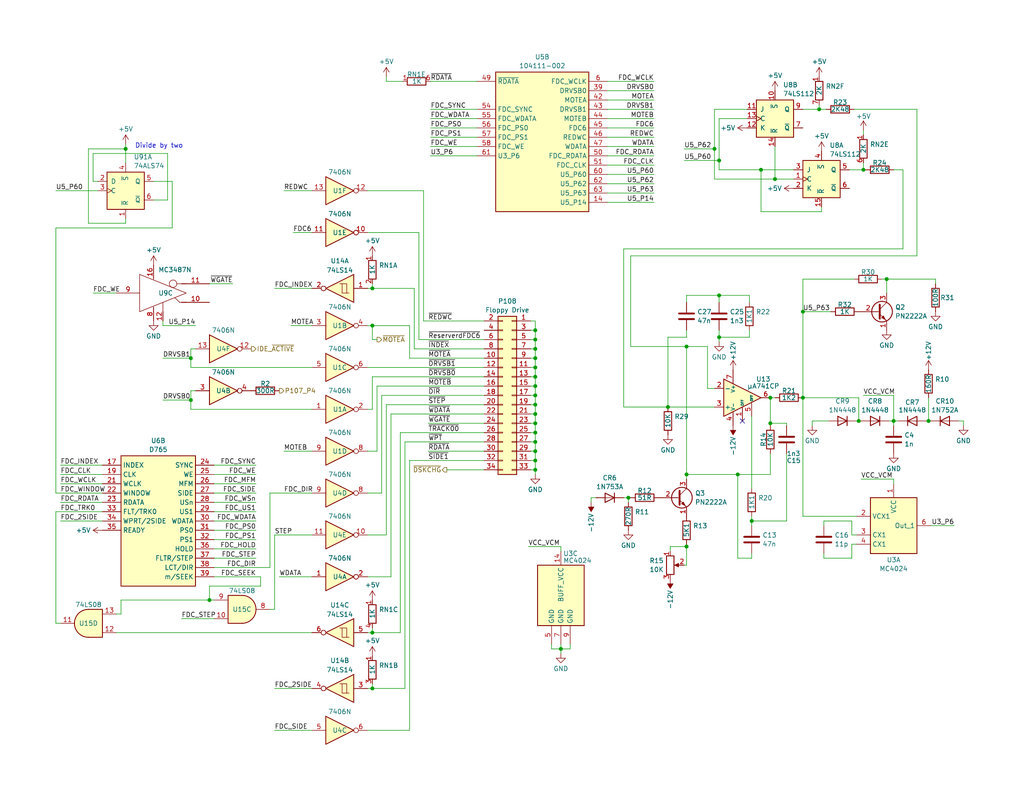
<source format=kicad_sch>
(kicad_sch (version 20230121) (generator eeschema)
  (paper "USLetter")
  (junction (at 146.05 105.41))
  (junction (at 146.05 110.49))
  (junction (at 235.585 46.355))
  (junction (at 146.05 118.11))
  (junction (at 146.05 115.57))
  (junction (at 146.05 123.19))
  (junction (at 146.05 113.03))
  (junction (at 146.05 100.33))
  (junction (at 146.05 97.79))
  (junction (at 205.105 142.24))
  (junction (at 234.315 114.935))
  (junction (at 196.215 43.815))
  (junction (at 101.6 187.96))
  (junction (at 187.325 94.615))
  (junction (at 194.945 40.64))
  (junction (at 211.455 48.895))
  (junction (at 146.05 120.65))
  (junction (at 153.035 177.165))
  (junction (at 187.325 129.54))
  (junction (at 210.185 115.57))
  (junction (at 146.05 125.73))
  (junction (at 57.15 163.83))
  (junction (at 219.075 108.585))
  (junction (at 207.645 46.355))
  (junction (at 196.215 80.645))
  (junction (at 101.6 172.72))
  (junction (at 201.295 129.54))
  (junction (at 146.05 95.25))
  (junction (at 146.05 107.95))
  (junction (at 241.935 76.2))
  (junction (at 219.075 85.09))
  (junction (at 52.07 97.79))
  (junction (at 146.05 102.87))
  (junction (at 52.07 109.22))
  (junction (at 146.05 128.27))
  (junction (at 146.05 90.17))
  (junction (at 187.325 149.225))
  (junction (at 34.29 40.64))
  (junction (at 182.245 111.125))
  (junction (at 210.185 108.585))
  (junction (at 223.52 29.845))
  (junction (at 171.45 135.89))
  (junction (at 146.05 92.71))
  (junction (at 253.365 114.935))
  (junction (at 243.84 114.935))
  (junction (at 101.6 88.9))
  (junction (at 101.6 78.74))
  (junction (at 196.215 92.075))
  (no_connect (at 202.565 114.935))
  (wire (pts (xy 85.09 78.74) (xy 74.93 78.74)))
  (wire (pts (xy 25.4 49.53) (xy 26.67 49.53)))
  (wire (pts (xy 102.87 123.19) (xy 102.87 105.41)))
  (wire (pts (xy 121.92 128.27) (xy 132.08 128.27)))
  (wire (pts (xy 232.41 142.24) (xy 232.41 146.05)))
  (wire (pts (xy 114.3 63.5) (xy 114.3 92.71)))
  (wire (pts (xy 58.42 134.62) (xy 69.85 134.62)))
  (wire (pts (xy 52.07 109.22) (xy 52.07 111.76)))
  (wire (pts (xy 104.14 134.62) (xy 104.14 107.95)))
  (wire (pts (xy 101.6 111.76) (xy 100.33 111.76)))
  (wire (pts (xy 196.215 80.645) (xy 204.47 80.645)))
  (wire (pts (xy 187.325 90.17) (xy 187.325 92.075)))
  (wire (pts (xy 235.585 44.45) (xy 235.585 46.355)))
  (wire (pts (xy 85.09 123.19) (xy 77.47 123.19)))
  (wire (pts (xy 53.34 88.9) (xy 44.45 88.9)))
  (wire (pts (xy 144.78 105.41) (xy 146.05 105.41)))
  (wire (pts (xy 182.245 92.075) (xy 182.245 111.125)))
  (wire (pts (xy 224.79 152.4) (xy 232.41 152.4)))
  (wire (pts (xy 58.42 132.08) (xy 69.85 132.08)))
  (wire (pts (xy 57.15 160.02) (xy 57.15 163.83)))
  (wire (pts (xy 25.4 80.01) (xy 31.75 80.01)))
  (wire (pts (xy 144.78 92.71) (xy 146.05 92.71)))
  (wire (pts (xy 101.6 172.72) (xy 100.33 172.72)))
  (wire (pts (xy 205.105 143.51) (xy 205.105 142.24)))
  (wire (pts (xy 194.945 29.845) (xy 194.945 40.64)))
  (wire (pts (xy 250.19 69.85) (xy 172.085 69.85)))
  (wire (pts (xy 58.42 142.24) (xy 69.85 142.24)))
  (wire (pts (xy 15.24 134.62) (xy 27.94 134.62)))
  (wire (pts (xy 219.075 140.97) (xy 219.075 108.585)))
  (wire (pts (xy 52.07 111.76) (xy 85.09 111.76)))
  (wire (pts (xy 52.07 95.25) (xy 52.07 97.79)))
  (wire (pts (xy 170.18 67.945) (xy 170.18 111.125)))
  (wire (pts (xy 100.33 63.5) (xy 114.3 63.5)))
  (wire (pts (xy 15.24 62.23) (xy 15.24 134.62)))
  (wire (pts (xy 46.99 49.53) (xy 46.99 62.23)))
  (wire (pts (xy 224.79 143.51) (xy 224.79 142.24)))
  (wire (pts (xy 100.33 134.62) (xy 104.14 134.62)))
  (wire (pts (xy 100.33 123.19) (xy 102.87 123.19)))
  (wire (pts (xy 76.2 157.48) (xy 85.09 157.48)))
  (wire (pts (xy 113.03 95.25) (xy 132.08 95.25)))
  (wire (pts (xy 101.6 78.74) (xy 113.03 78.74)))
  (wire (pts (xy 221.615 114.935) (xy 226.06 114.935)))
  (wire (pts (xy 144.78 110.49) (xy 146.05 110.49)))
  (wire (pts (xy 130.175 34.925) (xy 117.475 34.925)))
  (wire (pts (xy 204.47 92.075) (xy 204.47 90.17)))
  (wire (pts (xy 58.42 152.4) (xy 69.85 152.4)))
  (wire (pts (xy 105.41 146.05) (xy 105.41 110.49)))
  (wire (pts (xy 211.455 40.005) (xy 211.455 48.895)))
  (wire (pts (xy 101.6 187.96) (xy 110.49 187.96)))
  (wire (pts (xy 243.84 116.205) (xy 243.84 114.935)))
  (wire (pts (xy 150.495 177.165) (xy 153.035 177.165)))
  (wire (pts (xy 16.51 170.18) (xy 15.24 170.18)))
  (wire (pts (xy 246.38 46.355) (xy 246.38 67.945)))
  (wire (pts (xy 144.78 100.33) (xy 146.05 100.33)))
  (wire (pts (xy 102.87 105.41) (xy 132.08 105.41)))
  (wire (pts (xy 193.04 94.615) (xy 193.04 106.045)))
  (wire (pts (xy 31.75 167.64) (xy 33.02 167.64)))
  (wire (pts (xy 204.47 80.645) (xy 204.47 82.55)))
  (wire (pts (xy 25.4 41.91) (xy 25.4 49.53)))
  (wire (pts (xy 144.145 149.225) (xy 153.035 149.225)))
  (wire (pts (xy 57.15 77.47) (xy 63.5 77.47)))
  (wire (pts (xy 262.89 116.205) (xy 262.89 114.935)))
  (wire (pts (xy 71.12 160.02) (xy 57.15 160.02)))
  (wire (pts (xy 144.78 128.27) (xy 146.05 128.27)))
  (wire (pts (xy 71.12 157.48) (xy 71.12 160.02)))
  (wire (pts (xy 253.365 108.585) (xy 253.365 114.935)))
  (wire (pts (xy 34.29 44.45) (xy 34.29 40.64)))
  (wire (pts (xy 101.6 77.47) (xy 101.6 78.74)))
  (wire (pts (xy 74.93 199.39) (xy 85.09 199.39)))
  (wire (pts (xy 210.185 115.57) (xy 214.63 115.57)))
  (wire (pts (xy 100.33 100.33) (xy 132.08 100.33)))
  (wire (pts (xy 144.78 97.79) (xy 146.05 97.79)))
  (wire (pts (xy 146.05 120.65) (xy 146.05 123.19)))
  (wire (pts (xy 144.78 87.63) (xy 146.05 87.63)))
  (wire (pts (xy 253.365 114.935) (xy 252.73 114.935)))
  (wire (pts (xy 130.175 22.225) (xy 117.475 22.225)))
  (wire (pts (xy 101.6 88.9) (xy 100.33 88.9)))
  (wire (pts (xy 146.05 95.25) (xy 146.05 97.79)))
  (wire (pts (xy 100.33 187.96) (xy 101.6 187.96)))
  (wire (pts (xy 58.42 154.94) (xy 73.66 154.94)))
  (wire (pts (xy 146.05 128.27) (xy 146.05 129.54)))
  (wire (pts (xy 58.42 137.16) (xy 69.85 137.16)))
  (wire (pts (xy 219.075 85.09) (xy 226.695 85.09)))
  (wire (pts (xy 223.52 29.845) (xy 223.52 28.575)))
  (wire (pts (xy 224.79 151.13) (xy 224.79 152.4)))
  (wire (pts (xy 165.735 50.165) (xy 178.435 50.165)))
  (wire (pts (xy 111.76 97.79) (xy 132.08 97.79)))
  (wire (pts (xy 170.18 135.89) (xy 171.45 135.89)))
  (wire (pts (xy 219.075 108.585) (xy 234.315 108.585)))
  (wire (pts (xy 58.42 157.48) (xy 71.12 157.48)))
  (wire (pts (xy 111.76 125.73) (xy 111.76 199.39)))
  (wire (pts (xy 130.175 32.385) (xy 117.475 32.385)))
  (wire (pts (xy 110.49 120.65) (xy 132.08 120.65)))
  (wire (pts (xy 100.33 157.48) (xy 106.68 157.48)))
  (wire (pts (xy 255.27 76.2) (xy 255.27 77.47)))
  (wire (pts (xy 240.665 76.2) (xy 241.935 76.2)))
  (wire (pts (xy 234.315 114.935) (xy 234.95 114.935)))
  (wire (pts (xy 205.105 142.24) (xy 205.105 140.97)))
  (wire (pts (xy 207.645 46.355) (xy 207.645 57.785)))
  (wire (pts (xy 254 114.935) (xy 253.365 114.935)))
  (wire (pts (xy 187.325 130.81) (xy 187.325 129.54)))
  (wire (pts (xy 15.24 139.7) (xy 15.24 170.18)))
  (wire (pts (xy 146.05 115.57) (xy 146.05 118.11)))
  (wire (pts (xy 102.87 92.71) (xy 101.6 92.71)))
  (wire (pts (xy 109.22 118.11) (xy 109.22 172.72)))
  (wire (pts (xy 45.72 41.91) (xy 25.4 41.91)))
  (wire (pts (xy 165.735 32.385) (xy 178.435 32.385)))
  (wire (pts (xy 187.325 154.305) (xy 187.325 149.225)))
  (wire (pts (xy 216.535 48.895) (xy 211.455 48.895)))
  (wire (pts (xy 232.41 146.05) (xy 233.68 146.05)))
  (wire (pts (xy 146.05 118.11) (xy 146.05 120.65)))
  (wire (pts (xy 201.295 129.54) (xy 201.295 152.4)))
  (wire (pts (xy 182.88 150.495) (xy 182.88 149.225)))
  (wire (pts (xy 111.76 125.73) (xy 132.08 125.73)))
  (wire (pts (xy 187.325 148.59) (xy 187.325 149.225)))
  (wire (pts (xy 115.57 52.07) (xy 115.57 87.63)))
  (wire (pts (xy 58.42 144.78) (xy 69.85 144.78)))
  (wire (pts (xy 109.855 22.225) (xy 105.41 22.225)))
  (wire (pts (xy 114.3 92.71) (xy 132.08 92.71)))
  (wire (pts (xy 243.84 46.355) (xy 246.38 46.355)))
  (wire (pts (xy 146.05 123.19) (xy 146.05 125.73)))
  (wire (pts (xy 165.735 24.765) (xy 178.435 24.765)))
  (wire (pts (xy 196.215 90.17) (xy 196.215 92.075)))
  (wire (pts (xy 214.63 123.825) (xy 214.63 142.24)))
  (wire (pts (xy 34.29 39.37) (xy 34.29 40.64)))
  (wire (pts (xy 210.185 108.585) (xy 211.455 108.585)))
  (wire (pts (xy 15.24 52.07) (xy 26.67 52.07)))
  (wire (pts (xy 219.075 76.2) (xy 233.045 76.2)))
  (wire (pts (xy 155.575 177.165) (xy 153.035 177.165)))
  (wire (pts (xy 34.29 59.69) (xy 34.29 60.96)))
  (wire (pts (xy 165.735 42.545) (xy 178.435 42.545)))
  (wire (pts (xy 74.93 146.05) (xy 74.93 166.37)))
  (wire (pts (xy 53.34 106.68) (xy 52.07 106.68)))
  (wire (pts (xy 52.07 97.79) (xy 52.07 100.33)))
  (wire (pts (xy 207.645 57.785) (xy 224.155 57.785)))
  (wire (pts (xy 101.6 88.9) (xy 111.76 88.9)))
  (wire (pts (xy 171.45 137.16) (xy 171.45 135.89)))
  (wire (pts (xy 178.435 55.245) (xy 165.735 55.245)))
  (wire (pts (xy 144.78 118.11) (xy 146.05 118.11)))
  (wire (pts (xy 196.215 43.815) (xy 196.215 46.355)))
  (wire (pts (xy 150.495 175.895) (xy 150.495 177.165)))
  (wire (pts (xy 165.735 37.465) (xy 178.435 37.465)))
  (wire (pts (xy 41.91 54.61) (xy 45.72 54.61)))
  (wire (pts (xy 153.035 177.165) (xy 153.035 178.435)))
  (wire (pts (xy 223.52 29.845) (xy 225.425 29.845)))
  (wire (pts (xy 52.07 95.25) (xy 53.34 95.25)))
  (wire (pts (xy 165.735 47.625) (xy 178.435 47.625)))
  (wire (pts (xy 73.66 134.62) (xy 85.09 134.62)))
  (wire (pts (xy 16.51 132.08) (xy 27.94 132.08)))
  (wire (pts (xy 196.215 32.385) (xy 196.215 43.815)))
  (wire (pts (xy 235.585 36.83) (xy 235.585 35.56)))
  (wire (pts (xy 46.99 62.23) (xy 15.24 62.23)))
  (wire (pts (xy 250.19 29.845) (xy 250.19 69.85)))
  (wire (pts (xy 49.53 168.91) (xy 58.42 168.91)))
  (wire (pts (xy 130.175 42.545) (xy 117.475 42.545)))
  (wire (pts (xy 246.38 67.945) (xy 170.18 67.945)))
  (wire (pts (xy 85.09 52.07) (xy 77.47 52.07)))
  (wire (pts (xy 233.045 29.845) (xy 250.19 29.845)))
  (wire (pts (xy 146.05 102.87) (xy 146.05 105.41)))
  (wire (pts (xy 187.325 94.615) (xy 193.04 94.615)))
  (wire (pts (xy 146.05 105.41) (xy 146.05 107.95)))
  (wire (pts (xy 144.78 120.65) (xy 146.05 120.65)))
  (wire (pts (xy 187.325 129.54) (xy 201.295 129.54)))
  (wire (pts (xy 170.18 111.125) (xy 182.245 111.125)))
  (wire (pts (xy 205.105 152.4) (xy 201.295 152.4)))
  (wire (pts (xy 57.15 163.83) (xy 58.42 163.83)))
  (wire (pts (xy 205.105 152.4) (xy 205.105 151.13)))
  (wire (pts (xy 196.215 46.355) (xy 207.645 46.355)))
  (wire (pts (xy 44.45 97.79) (xy 52.07 97.79)))
  (wire (pts (xy 144.78 115.57) (xy 146.05 115.57)))
  (wire (pts (xy 111.76 88.9) (xy 111.76 97.79)))
  (wire (pts (xy 24.13 40.64) (xy 24.13 60.96)))
  (wire (pts (xy 234.95 130.81) (xy 243.84 130.81)))
  (wire (pts (xy 233.68 140.97) (xy 219.075 140.97)))
  (wire (pts (xy 196.215 92.075) (xy 196.215 93.345)))
  (wire (pts (xy 165.735 29.845) (xy 178.435 29.845)))
  (wire (pts (xy 205.105 133.35) (xy 205.105 113.665)))
  (wire (pts (xy 182.245 111.125) (xy 194.945 111.125)))
  (wire (pts (xy 101.6 102.87) (xy 132.08 102.87)))
  (wire (pts (xy 153.035 149.225) (xy 153.035 150.495)))
  (wire (pts (xy 196.215 32.385) (xy 203.835 32.385)))
  (wire (pts (xy 109.22 118.11) (xy 132.08 118.11)))
  (wire (pts (xy 210.185 129.54) (xy 201.295 129.54)))
  (wire (pts (xy 146.05 110.49) (xy 146.05 113.03)))
  (wire (pts (xy 44.45 88.9) (xy 44.45 87.63)))
  (wire (pts (xy 15.24 139.7) (xy 27.94 139.7)))
  (wire (pts (xy 16.51 142.24) (xy 27.94 142.24)))
  (wire (pts (xy 243.84 114.935) (xy 245.11 114.935)))
  (wire (pts (xy 186.69 40.64) (xy 194.945 40.64)))
  (wire (pts (xy 100.33 199.39) (xy 111.76 199.39)))
  (wire (pts (xy 16.51 137.16) (xy 27.94 137.16)))
  (wire (pts (xy 233.68 114.935) (xy 234.315 114.935)))
  (wire (pts (xy 144.78 123.19) (xy 146.05 123.19)))
  (wire (pts (xy 210.185 115.57) (xy 210.185 116.205)))
  (wire (pts (xy 219.075 29.845) (xy 223.52 29.845)))
  (wire (pts (xy 207.645 46.355) (xy 216.535 46.355)))
  (wire (pts (xy 196.215 82.55) (xy 196.215 80.645)))
  (wire (pts (xy 115.57 87.63) (xy 132.08 87.63)))
  (wire (pts (xy 146.05 90.17) (xy 146.05 92.71)))
  (wire (pts (xy 74.93 187.96) (xy 85.09 187.96)))
  (wire (pts (xy 186.69 154.305) (xy 187.325 154.305)))
  (wire (pts (xy 58.42 129.54) (xy 69.85 129.54)))
  (wire (pts (xy 186.69 43.815) (xy 196.215 43.815)))
  (wire (pts (xy 146.05 100.33) (xy 146.05 102.87)))
  (wire (pts (xy 80.01 63.5) (xy 85.09 63.5)))
  (wire (pts (xy 106.68 113.03) (xy 132.08 113.03)))
  (wire (pts (xy 105.41 110.49) (xy 132.08 110.49)))
  (wire (pts (xy 231.775 46.355) (xy 235.585 46.355)))
  (wire (pts (xy 58.42 127) (xy 69.85 127)))
  (wire (pts (xy 262.89 114.935) (xy 261.62 114.935)))
  (wire (pts (xy 165.735 34.925) (xy 178.435 34.925)))
  (wire (pts (xy 254 143.51) (xy 260.35 143.51)))
  (wire (pts (xy 31.75 172.72) (xy 85.09 172.72)))
  (wire (pts (xy 236.22 46.355) (xy 235.585 46.355)))
  (wire (pts (xy 85.09 88.9) (xy 79.375 88.9)))
  (wire (pts (xy 101.6 92.71) (xy 101.6 88.9)))
  (wire (pts (xy 234.315 108.585) (xy 234.315 114.935)))
  (wire (pts (xy 144.78 102.87) (xy 146.05 102.87)))
  (wire (pts (xy 146.05 125.73) (xy 146.05 128.27)))
  (wire (pts (xy 44.45 109.22) (xy 52.07 109.22)))
  (wire (pts (xy 16.51 129.54) (xy 27.94 129.54)))
  (wire (pts (xy 146.05 97.79) (xy 146.05 100.33)))
  (wire (pts (xy 224.155 57.785) (xy 224.155 56.515)))
  (wire (pts (xy 101.6 172.72) (xy 109.22 172.72)))
  (wire (pts (xy 182.88 149.225) (xy 187.325 149.225)))
  (wire (pts (xy 146.05 107.95) (xy 146.05 110.49)))
  (wire (pts (xy 210.185 108.585) (xy 210.185 115.57)))
  (wire (pts (xy 105.41 22.225) (xy 105.41 20.955)))
  (wire (pts (xy 241.935 76.2) (xy 241.935 80.01)))
  (wire (pts (xy 187.325 82.55) (xy 187.325 80.645)))
  (wire (pts (xy 210.185 123.825) (xy 210.185 129.54)))
  (wire (pts (xy 34.29 40.64) (xy 24.13 40.64)))
  (wire (pts (xy 165.735 27.305) (xy 178.435 27.305)))
  (wire (pts (xy 243.84 114.935) (xy 243.84 107.95)))
  (wire (pts (xy 205.105 142.24) (xy 214.63 142.24)))
  (wire (pts (xy 221.615 116.205) (xy 221.615 114.935)))
  (wire (pts (xy 232.41 148.59) (xy 233.68 148.59)))
  (wire (pts (xy 232.41 152.4) (xy 232.41 148.59)))
  (wire (pts (xy 101.6 171.45) (xy 101.6 172.72)))
  (wire (pts (xy 161.29 135.89) (xy 162.56 135.89)))
  (wire (pts (xy 144.78 90.17) (xy 146.05 90.17)))
  (wire (pts (xy 187.325 129.54) (xy 187.325 94.615)))
  (wire (pts (xy 219.075 76.2) (xy 219.075 85.09)))
  (wire (pts (xy 144.78 113.03) (xy 146.05 113.03)))
  (wire (pts (xy 101.6 186.69) (xy 101.6 187.96)))
  (wire (pts (xy 178.435 22.225) (xy 165.735 22.225)))
  (wire (pts (xy 24.13 60.96) (xy 34.29 60.96)))
  (wire (pts (xy 165.735 40.005) (xy 178.435 40.005)))
  (wire (pts (xy 146.05 113.03) (xy 146.05 115.57)))
  (wire (pts (xy 172.085 94.615) (xy 187.325 94.615)))
  (wire (pts (xy 116.84 115.57) (xy 132.08 115.57)))
  (wire (pts (xy 100.33 146.05) (xy 105.41 146.05)))
  (wire (pts (xy 57.15 163.83) (xy 33.02 163.83)))
  (wire (pts (xy 58.42 139.7) (xy 69.85 139.7)))
  (wire (pts (xy 146.05 87.63) (xy 146.05 90.17)))
  (wire (pts (xy 144.78 95.25) (xy 146.05 95.25)))
  (wire (pts (xy 74.93 146.05) (xy 85.09 146.05)))
  (wire (pts (xy 113.03 78.74) (xy 113.03 95.25)))
  (wire (pts (xy 106.68 157.48) (xy 106.68 113.03)))
  (wire (pts (xy 130.175 37.465) (xy 117.475 37.465)))
  (wire (pts (xy 165.735 45.085) (xy 178.435 45.085)))
  (wire (pts (xy 153.035 177.165) (xy 153.035 175.895)))
  (wire (pts (xy 155.575 175.895) (xy 155.575 177.165)))
  (wire (pts (xy 219.075 85.09) (xy 219.075 108.585)))
  (wire (pts (xy 194.945 40.64) (xy 194.945 48.895)))
  (wire (pts (xy 214.63 116.205) (xy 214.63 115.57)))
  (wire (pts (xy 33.02 163.83) (xy 33.02 167.64)))
  (wire (pts (xy 74.93 166.37) (xy 73.66 166.37)))
  (wire (pts (xy 58.42 147.32) (xy 69.85 147.32)))
  (wire (pts (xy 171.45 135.89) (xy 172.085 135.89)))
  (wire (pts (xy 165.735 52.705) (xy 178.435 52.705)))
  (wire (pts (xy 104.14 107.95) (xy 132.08 107.95)))
  (wire (pts (xy 130.175 40.005) (xy 117.475 40.005)))
  (wire (pts (xy 52.07 106.68) (xy 52.07 109.22)))
  (wire (pts (xy 73.66 134.62) (xy 73.66 154.94)))
  (wire (pts (xy 161.29 137.16) (xy 161.29 135.89)))
  (wire (pts (xy 110.49 120.65) (xy 110.49 187.96)))
  (wire (pts (xy 193.04 106.045) (xy 194.945 106.045)))
  (wire (pts (xy 241.935 76.2) (xy 255.27 76.2)))
  (wire (pts (xy 16.51 127) (xy 27.94 127)))
  (wire (pts (xy 172.085 69.85) (xy 172.085 94.615)))
  (wire (pts (xy 100.33 52.07) (xy 115.57 52.07)))
  (wire (pts (xy 235.585 107.95) (xy 243.84 107.95)))
  (wire (pts (xy 130.175 29.845) (xy 117.475 29.845)))
  (wire (pts (xy 100.33 78.74) (xy 101.6 78.74)))
  (wire (pts (xy 194.945 29.845) (xy 203.835 29.845)))
  (wire (pts (xy 243.84 130.81) (xy 243.84 132.08)))
  (wire (pts (xy 116.84 123.19) (xy 132.08 123.19)))
  (wire (pts (xy 187.325 80.645) (xy 196.215 80.645)))
  (wire (pts (xy 182.245 92.075) (xy 187.325 92.075)))
  (wire (pts (xy 196.215 92.075) (xy 204.47 92.075)))
  (wire (pts (xy 101.6 102.87) (xy 101.6 111.76)))
  (wire (pts (xy 58.42 149.86) (xy 69.85 149.86)))
  (wire (pts (xy 224.79 142.24) (xy 232.41 142.24)))
  (wire (pts (xy 194.945 48.895) (xy 211.455 48.895)))
  (wire (pts (xy 144.78 107.95) (xy 146.05 107.95)))
  (wire (pts (xy 45.72 54.61) (xy 45.72 41.91)))
  (wire (pts (xy 144.78 125.73) (xy 146.05 125.73)))
  (wire (pts (xy 46.99 49.53) (xy 41.91 49.53)))
  (wire (pts (xy 146.05 92.71) (xy 146.05 95.25)))
  (wire (pts (xy 52.07 100.33) (xy 85.09 100.33)))
  (wire (pts (xy 242.57 114.935) (xy 243.84 114.935)))
  (text "Divide by two\n" (at 36.83 40.64 0) (effects (font (size 1.27 1.27)) (justify left bottom)))
  (label "U5_P14" (at 178.435 55.245 180))
  (label "FDC_MFM" (at 69.85 132.08 180))
  (label "FDC_US1" (at 69.85 139.7 180))
  (label "REDWC" (at 77.47 52.07 0))
  (label "FDC_WE" (at 117.475 40.005 0))
  (label "~{DRVSB1}" (at 116.84 100.33 0))
  (label "U5_P63" (at 219.075 85.09 0))
  (label "~{SIDE1}" (at 116.84 125.73 0))
  (label "U5_P14" (at 53.34 88.9 180))
  (label "~{STEP}" (at 116.84 110.49 0))
  (label "FDC_CLK" (at 178.435 45.085 180))
  (label "U5_P63" (at 178.435 52.705 180))
  (label "U5_P62" (at 186.69 40.64 0))
  (label "FDC_WDATA" (at 69.85 142.24 180))
  (label "MOTEB" (at 77.47 123.19 0))
  (label "FDC_DIR" (at 77.47 134.62 0))
  (label "WDATA" (at 76.2 157.48 0))
  (label "FDC_WDATA" (at 117.475 32.385 0))
  (label "~{TRACK00}" (at 116.84 118.11 0))
  (label "~{WPT}" (at 116.84 120.65 0))
  (label "VCC_VCM" (at 235.585 107.95 0))
  (label "~{MOTEA}" (at 116.84 97.79 0))
  (label "~{MOTEB}" (at 116.84 105.41 0))
  (label "FDC_WCLK" (at 178.435 22.225 180))
  (label "FDC_PS1" (at 117.475 37.465 0))
  (label "FDC_WSn" (at 69.85 137.16 180))
  (label "FDC_WINDOW" (at 16.51 134.62 0))
  (label "U5_P60" (at 15.24 52.07 0))
  (label "~{RDATA}" (at 116.84 123.19 0))
  (label "MOTEA" (at 79.375 88.9 0))
  (label "FDC_2SIDE" (at 16.51 142.24 0))
  (label "FDC_PS0" (at 117.475 34.925 0))
  (label "FDC_WE" (at 25.4 80.01 0))
  (label "U5_P60" (at 186.69 43.815 0))
  (label "FDC_WCLK" (at 16.51 132.08 0))
  (label "~{WDATA}" (at 116.84 113.03 0))
  (label "FDC_DIR" (at 69.85 154.94 180))
  (label "FDC_HOLD" (at 69.85 149.86 180))
  (label "MOTEA" (at 178.435 27.305 180))
  (label "~{INDEX}" (at 116.84 95.25 0))
  (label "FDC_2SIDE" (at 74.93 187.96 0))
  (label "FDC_CLK" (at 16.51 129.54 0))
  (label "VCC_VCM" (at 234.95 130.81 0))
  (label "U3_P6" (at 117.475 42.545 0))
  (label "~{ReserverdFDC6}" (at 116.84 92.71 0))
  (label "U5_P62" (at 178.435 50.165 180))
  (label "~{DRVSB0}" (at 116.84 102.87 0))
  (label "FDC_STEP" (at 69.85 152.4 180))
  (label "MOTEB" (at 178.435 32.385 180))
  (label "FDC_RDATA" (at 178.435 42.545 180))
  (label "FDC_SEEK" (at 69.85 157.48 180))
  (label "DRVSB1" (at 44.45 97.79 0))
  (label "~{WGATE}" (at 116.84 115.57 0))
  (label "FDC_PS0" (at 69.85 144.78 180))
  (label "FDC_RDATA" (at 16.51 137.16 0))
  (label "FDC6" (at 178.435 34.925 180))
  (label "U5_P60" (at 178.435 47.625 180))
  (label "FDC_WE" (at 69.85 129.54 180))
  (label "~{DIR}" (at 116.84 107.95 0))
  (label "~{REDWC}" (at 116.84 87.63 0))
  (label "WDATA" (at 178.435 40.005 180))
  (label "FDC_SIDE" (at 74.93 199.39 0))
  (label "FDC_STEP" (at 49.53 168.91 0))
  (label "DRVSB0" (at 178.435 24.765 180))
  (label "FDC_INDEX" (at 16.51 127 0))
  (label "FDC_SYNC" (at 117.475 29.845 0))
  (label "REDWC" (at 178.435 37.465 180))
  (label "FDC_SIDE" (at 69.85 134.62 180))
  (label "DRVSB0" (at 44.45 109.22 0))
  (label "~{WGATE}" (at 63.5 77.47 180))
  (label "FDC6" (at 80.01 63.5 0))
  (label "FDC_SYNC" (at 69.85 127 180))
  (label "FDC_PS1" (at 69.85 147.32 180))
  (label "FDC_INDEX" (at 74.93 78.74 0))
  (label "VCC_VCM" (at 144.145 149.225 0))
  (label "STEP" (at 74.93 146.05 0))
  (label "~{RDATA}" (at 117.475 22.225 0))
  (label "FDC_TRK0" (at 16.51 139.7 0))
  (label "U3_P6" (at 260.35 143.51 180))
  (label "DRVSB1" (at 178.435 29.845 180))
  (hierarchical_label "~{DSKCHG}" (shape output) (at 121.92 128.27 180))
  (hierarchical_label "~{MOTEA}" (shape output) (at 102.87 92.71 0))
  (hierarchical_label "P107_P4" (shape output) (at 76.2 106.68 0))
  (hierarchical_label "IDE_~{ACTIVE}" (shape output) (at 68.58 95.25 0))
  (symbol (lib_id "power:GND") (at 41.91 87.63 0) (unit 1)
    (property "Reference" "#PWR091" (effects hide))
    (property "Value" "GND" (at 41.91 91.7631 0))
  )
  (symbol (lib_id "74xx:74LS06N") (at 92.71 123.19 0) (unit 4)
    (property "Reference" "U1" (at 92.71 123.19 0))
    (property "Value" "7406N" (at 92.71 118.11 0))
    (property "Footprint" "Package_DIP:DIP-14_W7.62mm" (effects hide))
    (property "Datasheet" "http://www.ti.com/lit/gpn/sn74LS06N" (effects hide))
  )
  (symbol (lib_id "power:+12V") (at 253.365 100.965 0) (mirror y) (unit 1)
    (property "Reference" "#PWR0101" (effects hide))
    (property "Value" "+12V" (at 253.365 98.425 90) (effects (justify left)))
    (instances (project "CompaqPortableISACHASSIS" (path "" (reference "#PWR0101") (unit 1))) (project "compaqportableIII" (path "" (reference "#PWR0234") (unit 1))))
  )
  (symbol (lib_id "Device:C") (at 187.325 86.36 0) (unit 1)
    (property "Reference" "C27" (at 190.246 85.1479 0) (effects (justify left)))
    (property "Value" "47n" (at 190.246 87.5721 0) (effects (justify left)))
  )
  (symbol (lib_id "74xx:74LS06N") (at 92.71 52.07 0) (unit 6)
    (property "Reference" "U1" (at 92.71 52.07 0))
    (property "Value" "7406N" (at 92.71 46.99 0))
    (property "Footprint" "Package_DIP:DIP-14_W7.62mm" (effects hide))
    (property "Datasheet" "http://www.ti.com/lit/gpn/sn74LS06N" (effects hide))
  )
  (symbol (lib_id "power:+5V") (at 203.835 34.925 90) (unit 1)
    (property "Reference" "#PWR01" (effects hide))
    (property "Value" "+5V" (at 200.6601 34.925 90) (effects (justify left)))
  )
  (symbol (lib_id "power:GND") (at 262.89 116.205 0) (mirror y) (unit 1)
    (property "Reference" "#PWR0373" (effects hide))
    (property "Value" "GND" (at 262.89 120.3381 0))
  )
  (symbol (lib_id "power:GND") (at 171.45 144.78 0) (unit 1)
    (property "Reference" "#PWR0171" (effects hide))
    (property "Value" "GND" (at 171.45 148.9131 0))
  )
  (symbol (lib_id "power:+5V") (at 101.6 163.83 0) (unit 1)
    (property "Reference" "#PWR0175" (effects hide))
    (property "Value" "+5V" (at 101.6 159.6969 0))
  )
  (symbol (lib_id "74xx:74LS06N") (at 60.96 106.68 0) (unit 2)
    (property "Reference" "U4" (at 60.96 106.68 0))
    (property "Value" "7406N" (at 60.96 101.6 0))
    (property "Footprint" "Package_DIP:DIP-14_W7.62mm" (effects hide))
    (property "Datasheet" "http://www.ti.com/lit/gpn/sn74LS06N" (effects hide))
  )
  (symbol (lib_id "power:GND") (at 243.84 123.825 0) (unit 1)
    (property "Reference" "#PWR0233" (effects hide))
    (property "Value" "GND" (at 243.84 127.9581 0))
  )
  (symbol (lib_id "Transistor_BJT:PN2222A") (at 239.395 85.09 0) (unit 1)
    (property "Reference" "Q2" (at 244.2464 83.8779 0) (effects (justify left)))
    (property "Value" "PN2222A" (at 244.2464 86.3021 0) (effects (justify left)))
    (property "Footprint" "Package_TO_SOT_THT:TO-92_Inline" (effects hide))
    (property "Datasheet" "https://www.onsemi.com/pub/Collateral/PN2222-D.PDF" (effects hide))
  )
  (symbol (lib_id "power:GND") (at 221.615 116.205 0) (unit 1)
    (property "Reference" "#PWR0231" (effects hide))
    (property "Value" "GND" (at 221.615 120.3381 0))
  )
  (symbol (lib_id "Connector_Generic:Conn_02x17_Odd_Even") (at 139.7 107.95 0) (mirror y) (unit 1)
    (property "Reference" "P108" (at 138.43 82.2157 0))
    (property "Value" "Floppy Drive" (at 138.43 84.6399 0))
    (property "Footprint" "Connector_PinHeader_2.54mm:PinHeader_2x17_P2.54mm_Vertical" (effects hide))
  )
  (symbol (lib_id "Device:R") (at 240.03 46.355 90) (unit 1)
    (property "Reference" "R24" (at 240.03 44.45 90))
    (property "Value" "2K48" (at 240.03 46.355 90))
  )
  (symbol (lib_id "74xx:74LS112") (at 211.455 32.385 0) (unit 2)
    (property "Reference" "U8" (at 213.6491 23.1607 0) (effects (justify left)))
    (property "Value" "74LS112" (at 213.6491 25.5849 0) (effects (justify left)))
    (property "Footprint" "Package_DIP:DIP-16_W7.62mm" (effects hide))
    (property "Datasheet" "http://www.ti.com/lit/gpn/sn74LS112" (effects hide))
  )
  (symbol (lib_id "power:-12V") (at 161.29 137.16 180) (unit 1)
    (property "Reference" "#PWR0135" (effects hide))
    (property "Value" "-12V" (at 161.29 145.415 90) (effects (justify right)))
    (instances (project "CompaqPortableISACHASSIS" (path "" (reference "#PWR0135") (unit 1))) (project "compaqportableIII" (path "" (reference "#PWR0164") (unit 1))))
  )
  (symbol (lib_id "Transistor_BJT:PN2222A") (at 184.785 135.89 0) (unit 1)
    (property "Reference" "Q3" (at 189.6364 134.6779 0) (effects (justify left)))
    (property "Value" "PN2222A" (at 189.6364 137.1021 0) (effects (justify left)))
    (property "Footprint" "Package_TO_SOT_THT:TO-92_Inline" (effects hide))
    (property "Datasheet" "https://www.onsemi.com/pub/Collateral/PN2222-D.PDF" (effects hide))
  )
  (symbol (lib_id "power:-12V") (at 200.025 116.205 180) (unit 1)
    (property "Reference" "#PWR0135" (effects hide))
    (property "Value" "-12V" (at 200.025 124.46 90) (effects (justify right)))
    (instances (project "CompaqPortableISACHASSIS" (path "" (reference "#PWR0135") (unit 1))) (project "compaqportableIII" (path "" (reference "#PWR0230") (unit 1))))
  )
  (symbol (lib_id "Device:R") (at 229.235 29.845 90) (unit 1)
    (property "Reference" "R23" (at 229.235 27.94 90))
    (property "Value" "2K48" (at 229.235 29.845 90))
  )
  (symbol (lib_id "Device:R_Network09_Split") (at 101.6 167.64 0) (unit 3)
    (property "Reference" "RN1" (at 103.378 166.4279 0) (effects (justify left)))
    (property "Value" "1K" (at 101.6 168.91 90) (effects (justify left)))
    (property "Footprint" "Resistor_THT:R_Array_SIP10" (effects hide))
    (property "Datasheet" "http://www.vishay.com/docs/31509/csc.pdf" (effects hide))
  )
  (symbol (lib_id "power:+5V") (at 34.29 39.37 0) (unit 1)
    (property "Reference" "#PWR07" (effects hide))
    (property "Value" "+5V" (at 34.29 35.2369 0))
  )
  (symbol (lib_id "74xx:74LS06N") (at 60.96 95.25 0) (unit 6)
    (property "Reference" "U4" (at 60.96 95.25 0))
    (property "Value" "7406N" (at 60.96 90.17 0))
    (property "Footprint" "Package_DIP:DIP-14_W7.62mm" (effects hide))
    (property "Datasheet" "http://www.ti.com/lit/gpn/sn74LS06N" (effects hide))
  )
  (symbol (lib_id "Device:R") (at 72.39 106.68 90) (unit 1)
    (property "Reference" "R2" (at 72.39 104.775 90))
    (property "Value" "300R" (at 72.39 106.68 90))
  )
  (symbol (lib_id "Interface_LineDriver:MC3487N") (at 44.45 80.01 0) (unit 3)
    (property "Reference" "U9" (at 43.18 80.01 0) (effects (justify left)))
    (property "Value" "MC3487N" (at 43.18 73.66 0) (effects (justify left)))
    (property "Footprint" "Package_DIP:DIP-16_W7.62mm" (effects hide))
    (property "Datasheet" "http://www.ti.com/lit/ds/symlink/mc3487.pdf" (effects hide))
  )
  (symbol (lib_id "Device:D") (at 166.37 135.89 180) (unit 1)
    (property "Reference" "CR6" (at 166.37 130.4757 0))
    (property "Value" "1N753A" (at 166.37 132.8999 0))
    (property "Sim.Device" "D" (effects hide))
    (property "Sim.Pins" "1=K 2=A" (effects hide))
  )
  (symbol (lib_id "Device:D") (at 257.81 114.935 0) (mirror x) (unit 1)
    (property "Reference" "CR10" (at 257.81 109.5207 0))
    (property "Value" "1N752A" (at 257.81 111.9449 0))
    (property "Sim.Device" "D" (effects hide))
    (property "Sim.Pins" "1=K 2=A" (effects hide))
  )
  (symbol (lib_id "Device:R") (at 204.47 86.36 0) (unit 1)
    (property "Reference" "R22" (at 206.248 85.1479 0) (effects (justify left)))
    (property "Value" "1K1" (at 204.47 88.265 90) (effects (justify left)))
  )
  (symbol (lib_id "power:+5V") (at 101.6 179.07 0) (unit 1)
    (property "Reference" "#PWR0240" (effects hide))
    (property "Value" "+5V" (at 101.6 174.9369 0))
  )
  (symbol (lib_id "Device:C") (at 196.215 86.36 0) (unit 1)
    (property "Reference" "C25" (at 199.136 85.1479 0) (effects (justify left)))
    (property "Value" "1n3" (at 199.136 87.5721 0) (effects (justify left)))
  )
  (symbol (lib_id "Device:R") (at 236.855 76.2 90) (unit 1)
    (property "Reference" "R30" (at 236.855 74.295 90))
    (property "Value" "1K" (at 236.855 76.2 90))
  )
  (symbol (lib_id "74xx:74LS08") (at 24.13 170.18 180) (unit 4)
    (property "Reference" "U15" (at 24.13 170.18 0))
    (property "Value" "74LS08" (at 24.13 165.1 0))
    (property "Footprint" "Package_DIP:DIP-14_W7.62mm" (effects hide))
    (property "Datasheet" "http://www.ti.com/lit/gpn/sn74LS08" (effects hide))
  )
  (symbol (lib_id "Device:R_Network09_Split") (at 113.665 22.225 90) (mirror x) (unit 5)
    (property "Reference" "RN1" (at 116.205 20.32 90) (effects (justify left)))
    (property "Value" "1K" (at 112.395 22.225 90) (effects (justify right)))
    (property "Footprint" "Resistor_THT:R_Array_SIP10" (effects hide))
    (property "Datasheet" "http://www.vishay.com/docs/31509/csc.pdf" (effects hide))
  )
  (symbol (lib_id "74xx:74LS14") (at 92.71 172.72 0) (mirror y) (unit 3)
    (property "Reference" "U14" (at 92.71 165.2102 0))
    (property "Value" "74LS14" (at 92.71 167.7471 0))
    (property "Footprint" "Package_DIP:DIP-14_W7.62mm" (effects hide))
    (property "Datasheet" "http://www.ti.com/lit/gpn/sn74LS14" (effects hide))
  )
  (symbol (lib_id "raysstuff:104111-002") (at 147.955 36.195 0) (unit 2)
    (property "Reference" "U5" (at 147.955 15.5407 0))
    (property "Value" "104111-002" (at 147.955 17.9649 0))
  )
  (symbol (lib_id "power:GND") (at 196.215 93.345 0) (unit 1)
    (property "Reference" "#PWR0228" (effects hide))
    (property "Value" "GND" (at 196.215 97.4781 0))
  )
  (symbol (lib_name "MC4024_2") (lib_id "raysstuff:MC4024") (at 243.84 143.51 0) (unit 1)
    (property "Reference" "U3" (at 243.84 152.8501 0))
    (property "Value" "MC4024" (at 243.84 155.2743 0))
    (property "Footprint" "Package_DIP:DIP-14_W7.62mm" (effects hide))
  )
  (symbol (lib_id "Device:R") (at 230.505 85.09 90) (unit 1)
    (property "Reference" "R32" (at 230.505 83.185 90))
    (property "Value" "1K" (at 230.505 85.09 90))
  )
  (symbol (lib_id "power:+5V") (at 211.455 24.765 0) (unit 1)
    (property "Reference" "#PWR02" (effects hide))
    (property "Value" "+5V" (at 211.455 20.6319 0))
  )
  (symbol (lib_id "74xx:74LS06N") (at 92.71 63.5 0) (unit 5)
    (property "Reference" "U1" (at 92.71 63.5 0))
    (property "Value" "7406N" (at 92.71 58.42 0))
    (property "Footprint" "Package_DIP:DIP-14_W7.62mm" (effects hide))
    (property "Datasheet" "http://www.ti.com/lit/gpn/sn74LS06N" (effects hide))
  )
  (symbol (lib_id "Device:D") (at 229.87 114.935 0) (mirror y) (unit 1)
    (property "Reference" "CR9" (at 229.87 109.5207 0))
    (property "Value" "1N4448" (at 229.87 111.9449 0))
    (property "Sim.Device" "D" (effects hide))
    (property "Sim.Pins" "1=K 2=A" (effects hide))
  )
  (symbol (lib_id "Device:R") (at 253.365 104.775 0) (mirror y) (unit 1)
    (property "Reference" "R10" (at 255.143 103.5629 0) (effects (justify right)))
    (property "Value" "160R" (at 253.365 102.235 90) (effects (justify right)))
  )
  (symbol (lib_id "Device:R_Network09_Split") (at 101.6 73.66 0) (unit 1)
    (property "Reference" "RN1" (at 103.378 72.4479 0) (effects (justify left)))
    (property "Value" "1K" (at 101.6 74.93 90) (effects (justify left)))
    (property "Footprint" "Resistor_THT:R_Array_SIP10" (effects hide))
    (property "Datasheet" "http://www.vishay.com/docs/31509/csc.pdf" (effects hide))
  )
  (symbol (lib_id "Device:R_Network09_Split") (at 223.52 24.765 0) (unit 6)
    (property "Reference" "RN2" (at 225.298 23.5529 0) (effects (justify left)))
    (property "Value" "2K" (at 223.52 26.035 90) (effects (justify left)))
    (property "Footprint" "Resistor_THT:R_Array_SIP10" (effects hide))
    (property "Datasheet" "http://www.vishay.com/docs/31509/csc.pdf" (effects hide))
  )
  (symbol (lib_id "Device:R") (at 187.325 144.78 0) (unit 1)
    (property "Reference" "R13" (at 189.103 143.5679 0) (effects (justify left)))
    (property "Value" "5K1" (at 187.325 146.685 90) (effects (justify left)))
  )
  (symbol (lib_id "Device:R") (at 255.27 81.28 0) (unit 1)
    (property "Reference" "R31" (at 256.54 81.28 0) (effects (justify left)))
    (property "Value" "100R" (at 255.27 83.82 90) (effects (justify left)))
  )
  (symbol (lib_id "power:+12V") (at 200.025 100.965 0) (unit 1)
    (property "Reference" "#PWR0101" (effects hide))
    (property "Value" "+12V" (at 200.025 98.425 90) (effects (justify left)))
    (instances (project "CompaqPortableISACHASSIS" (path "" (reference "#PWR0101") (unit 1))) (project "compaqportableIII" (path "" (reference "#PWR0229") (unit 1))))
  )
  (symbol (lib_id "Device:R_Network09_Split") (at 235.585 40.64 0) (unit 5)
    (property "Reference" "RN2" (at 237.363 39.4279 0) (effects (justify left)))
    (property "Value" "2K" (at 235.585 41.91 90) (effects (justify left)))
    (property "Footprint" "Resistor_THT:R_Array_SIP10" (effects hide))
    (property "Datasheet" "http://www.vishay.com/docs/31509/csc.pdf" (effects hide))
  )
  (symbol (lib_id "power:GND") (at 255.27 85.09 0) (unit 1)
    (property "Reference" "#PWR0267" (effects hide))
    (property "Value" "GND" (at 255.27 89.2231 0))
  )
  (symbol (lib_id "Device:R_Potentiometer") (at 182.88 154.305 0) (unit 1)
    (property "Reference" "R15" (at 181.102 153.0929 0) (effects (justify right)))
    (property "Value" "10K" (at 181.102 155.5171 0) (effects (justify right)))
  )
  (symbol (lib_id "74xx:74LS06N") (at 92.71 134.62 0) (unit 4)
    (property "Reference" "U4" (at 92.71 134.62 0))
    (property "Value" "7406N" (at 92.71 129.54 0))
    (property "Footprint" "Package_DIP:DIP-14_W7.62mm" (effects hide))
    (property "Datasheet" "http://www.ti.com/lit/gpn/sn74LS06N" (effects hide))
  )
  (symbol (lib_id "power:+5V") (at 223.52 20.955 0) (unit 1)
    (property "Reference" "#PWR04" (effects hide))
    (property "Value" "+5V" (at 223.52 16.8219 0))
  )
  (symbol (lib_id "74xx:74LS06N") (at 92.71 199.39 0) (unit 3)
    (property "Reference" "U4" (at 92.71 199.39 0))
    (property "Value" "7406N" (at 92.71 194.31 0))
    (property "Footprint" "Package_DIP:DIP-14_W7.62mm" (effects hide))
    (property "Datasheet" "http://www.ti.com/lit/gpn/sn74LS06N" (effects hide))
  )
  (symbol (lib_id "74xx:74LS06N") (at 92.71 100.33 0) (unit 3)
    (property "Reference" "U1" (at 92.71 100.33 0))
    (property "Value" "7406N" (at 92.71 95.25 0))
    (property "Footprint" "Package_DIP:DIP-14_W7.62mm" (effects hide))
    (property "Datasheet" "http://www.ti.com/lit/gpn/sn74LS06N" (effects hide))
  )
  (symbol (lib_id "Device:R") (at 210.185 120.015 180) (unit 1)
    (property "Reference" "R14" (at 208.28 120.015 90))
    (property "Value" "10K" (at 210.185 120.015 90))
  )
  (symbol (lib_id "power:+5V") (at 216.535 51.435 90) (unit 1)
    (property "Reference" "#PWR03" (effects hide))
    (property "Value" "+5V" (at 213.3601 51.435 90) (effects (justify left)))
  )
  (symbol (lib_id "Device:C") (at 224.79 147.32 180) (unit 1)
    (property "Reference" "C16" (at 227.711 146.1079 0) (effects (justify right)))
    (property "Value" "11p" (at 227.711 148.5321 0) (effects (justify right)))
  )
  (symbol (lib_id "74xx:74LS06N") (at 92.71 88.9 0) (unit 2)
    (property "Reference" "U1" (at 92.71 88.9 0))
    (property "Value" "7406N" (at 92.71 83.82 0))
    (property "Footprint" "Package_DIP:DIP-14_W7.62mm" (effects hide))
    (property "Datasheet" "http://www.ti.com/lit/gpn/sn74LS06N" (effects hide))
  )
  (symbol (lib_id "Device:R") (at 171.45 140.97 0) (unit 1)
    (property "Reference" "R11" (at 173.228 139.7579 0) (effects (justify left)))
    (property "Value" "270R" (at 171.45 143.51 90) (effects (justify left)))
  )
  (symbol (lib_id "Device:C") (at 243.84 120.015 0) (unit 1)
    (property "Reference" "C4" (at 246.761 118.8029 0) (effects (justify left)))
    (property "Value" "1n" (at 246.761 121.2271 0) (effects (justify left)))
  )
  (symbol (lib_id "Device:R") (at 205.105 137.16 0) (unit 1)
    (property "Reference" "R20" (at 206.883 135.9479 0) (effects (justify left)))
    (property "Value" "1K1" (at 205.105 139.065 90) (effects (justify left)))
  )
  (symbol (lib_id "74xx:74LS06N") (at 92.71 157.48 0) (unit 1)
    (property "Reference" "U4" (at 92.71 157.48 0))
    (property "Value" "7406N" (at 92.71 152.4 0))
    (property "Footprint" "Package_DIP:DIP-14_W7.62mm" (effects hide))
    (property "Datasheet" "http://www.ti.com/lit/gpn/sn74LS06N" (effects hide))
  )
  (symbol (lib_id "power:-12V") (at 182.88 158.115 180) (unit 1)
    (property "Reference" "#PWR0135" (effects hide))
    (property "Value" "-12V" (at 182.88 166.37 90) (effects (justify right)))
    (instances (project "CompaqPortableISACHASSIS" (path "" (reference "#PWR0135") (unit 1))) (project "compaqportableIII" (path "" (reference "#PWR0174") (unit 1))))
  )
  (symbol (lib_id "power:GND") (at 241.935 90.17 0) (unit 1)
    (property "Reference" "#PWR0232" (effects hide))
    (property "Value" "GND" (at 241.935 94.3031 0))
  )
  (symbol (lib_id "74xx:74LS08") (at 66.04 166.37 0) (unit 3)
    (property "Reference" "U15" (at 66.04 166.37 0))
    (property "Value" "74LS08" (at 66.04 161.29 0))
    (property "Footprint" "Package_DIP:DIP-14_W7.62mm" (effects hide))
    (property "Datasheet" "http://www.ti.com/lit/gpn/sn74LS08" (effects hide))
  )
  (symbol (lib_id "power:+5V") (at 105.41 20.955 0) (unit 1)
    (property "Reference" "#PWR0306" (effects hide))
    (property "Value" "+5V" (at 105.41 16.8219 0))
  )
  (symbol (lib_id "power:GND") (at 182.245 118.745 0) (unit 1)
    (property "Reference" "#PWR0173" (effects hide))
    (property "Value" "GND" (at 182.245 122.8781 0))
  )
  (symbol (lib_id "Device:D") (at 238.76 114.935 0) (mirror y) (unit 1)
    (property "Reference" "CR8" (at 238.76 109.5207 0))
    (property "Value" "1N4448" (at 238.76 111.9449 0))
    (property "Sim.Device" "D" (effects hide))
    (property "Sim.Pins" "1=K 2=A" (effects hide))
  )
  (symbol (lib_id "power:+5V") (at 224.155 41.275 0) (unit 1)
    (property "Reference" "#PWR0163" (effects hide))
    (property "Value" "+5V" (at 224.155 37.1419 0))
  )
  (symbol (lib_id "Device:D") (at 248.92 114.935 0) (mirror x) (unit 1)
    (property "Reference" "CR7" (at 248.92 109.855 0))
    (property "Value" "1N4448" (at 248.92 111.9449 0))
    (property "Sim.Device" "D" (effects hide))
    (property "Sim.Pins" "1=K 2=A" (effects hide))
  )
  (symbol (lib_id "Device:R") (at 215.265 108.585 90) (unit 1)
    (property "Reference" "R21" (at 215.265 106.68 90))
    (property "Value" "1K2" (at 215.265 108.585 90))
  )
  (symbol (lib_id "power:+5V") (at 235.585 35.56 0) (unit 1)
    (property "Reference" "#PWR0172" (effects hide))
    (property "Value" "+5V" (at 235.585 31.75 0))
  )
  (symbol (lib_name "D765_1") (lib_id "raysstuff:D765") (at 43.18 142.24 0) (unit 2)
    (property "Reference" "U6" (at 43.18 120.3157 0))
    (property "Value" "D765" (at 43.18 122.7399 0))
    (property "Footprint" "Package_DIP:DIP-40_W15.24mm" (effects hide))
  )
  (symbol (lib_id "PCM_Amplifier_Operational_AKL:μA741CP") (at 202.565 108.585 0) (unit 1)
    (property "Reference" "U13" (at 208.28 103.505 0))
    (property "Value" "μA741CP" (at 208.28 105.41 0))
    (property "Footprint" "Package_DIP:DIP-8_W7.62mm" (effects hide))
    (property "Datasheet" "https://www.ti.com/lit/ds/symlink/ua741.pdf" (effects hide))
  )
  (symbol (lib_name "MC4024_1") (lib_id "raysstuff:MC4024") (at 153.035 163.195 0) (unit 3)
    (property "Reference" "U3" (at 153.67 151.13 0) (effects (justify left)))
    (property "Value" "MC4024" (at 153.67 153.035 0) (effects (justify left)))
    (property "Footprint" "Package_DIP:DIP-14_W7.62mm" (effects hide))
  )
  (symbol (lib_id "74xx:74LS06N") (at 92.71 111.76 0) (unit 1)
    (property "Reference" "U1" (at 92.71 111.76 0))
    (property "Value" "7406N" (at 92.71 106.68 0))
    (property "Footprint" "Package_DIP:DIP-14_W7.62mm" (effects hide))
    (property "Datasheet" "http://www.ti.com/lit/gpn/sn74LS06N" (effects hide))
  )
  (symbol (lib_id "74xx:74LS74") (at 34.29 52.07 0) (unit 1)
    (property "Reference" "U91" (at 36.4841 42.8457 0) (effects (justify left)))
    (property "Value" "74ALS74" (at 36.4841 45.2699 0) (effects (justify left)))
    (property "Footprint" "Package_DIP:DIP-14_W7.62mm" (effects hide))
    (property "Datasheet" "74xx/74hc_hct74.pdf" (effects hide))
  )
  (symbol (lib_id "74xx:74LS06N") (at 92.71 146.05 0) (unit 5)
    (property "Reference" "U4" (at 92.71 146.05 0))
    (property "Value" "7406N" (at 92.71 140.97 0))
    (property "Footprint" "Package_DIP:DIP-14_W7.62mm" (effects hide))
    (property "Datasheet" "http://www.ti.com/lit/gpn/sn74LS06N" (effects hide))
  )
  (symbol (lib_id "Device:C") (at 205.105 147.32 0) (unit 1)
    (property "Reference" "C13" (at 208.026 146.1079 0) (effects (justify left)))
    (property "Value" "47n" (at 208.026 148.5321 0) (effects (justify left)))
  )
  (symbol (lib_id "power:+5V") (at 41.91 72.39 0) (unit 1)
    (property "Reference" "#PWR088" (effects hide))
    (property "Value" "+5V" (at 41.91 68.2569 0))
  )
  (symbol (lib_id "74xx:74LS14") (at 92.71 78.74 0) (mirror y) (unit 1)
    (property "Reference" "U14" (at 92.71 71.2302 0))
    (property "Value" "74LS14" (at 92.71 73.7671 0))
    (property "Footprint" "Package_DIP:DIP-14_W7.62mm" (effects hide))
    (property "Datasheet" "http://www.ti.com/lit/gpn/sn74LS14" (effects hide))
  )
  (symbol (lib_id "power:+5V") (at 27.94 144.78 90) (unit 1)
    (property "Reference" "#PWR020" (effects hide))
    (property "Value" "+5V" (at 24.7651 144.78 90) (effects (justify left)))
  )
  (symbol (lib_id "power:+5V") (at 101.6 69.85 0) (unit 1)
    (property "Reference" "#PWR0284" (effects hide))
    (property "Value" "+5V" (at 101.6 65.7169 0))
  )
  (symbol (lib_id "power:GND") (at 146.05 129.54 0) (unit 1)
    (property "Reference" "#PWR0304" (effects hide))
    (property "Value" "GND" (at 146.05 133.6731 0))
  )
  (symbol (lib_id "power:GND") (at 153.035 178.435 0) (mirror y) (unit 1)
    (property "Reference" "#PWR0504" (effects hide))
    (property "Value" "GND" (at 153.035 182.5681 0))
  )
  (symbol (lib_id "Device:R_Network09_Split") (at 101.6 182.88 0) (unit 2)
    (property "Reference" "RN1" (at 103.378 181.6679 0) (effects (justify left)))
    (property "Value" "1K" (at 101.6 184.15 90) (effects (justify left)))
    (property "Footprint" "Resistor_THT:R_Array_SIP10" (effects hide))
    (property "Datasheet" "http://www.vishay.com/docs/31509/csc.pdf" (effects hide))
  )
  (symbol (lib_id "Device:C") (at 214.63 120.015 0) (unit 1)
    (property "Reference" "C15" (at 214.63 125.73 0) (effects (justify left)))
    (property "Value" "1n3" (at 214.63 123.825 0) (effects (justify left)))
  )
  (symbol (lib_id "74xx:74LS14") (at 92.71 187.96 0) (mirror y) (unit 2)
    (property "Reference" "U14" (at 92.71 180.34 0))
    (property "Value" "74LS14" (at 92.71 182.88 0))
    (property "Footprint" "Package_DIP:DIP-14_W7.62mm" (effects hide))
    (property "Datasheet" "http://www.ti.com/lit/gpn/sn74LS14" (effects hide))
  )
  (symbol (lib_id "Device:R") (at 182.245 114.935 0) (unit 1)
    (property "Reference" "R29" (at 184.023 113.7229 0) (effects (justify left)))
    (property "Value" "10K" (at 182.245 116.84 90) (effects (justify left)))
  )
  (symbol (lib_id "74xx:74LS112") (at 224.155 48.895 0) (unit 1)
    (property "Reference" "U8" (at 226.3491 39.6707 0) (effects (justify left)))
    (property "Value" "74LS112" (at 226.3491 42.0949 0) (effects (justify left)))
    (property "Footprint" "Package_DIP:DIP-16_W7.62mm" (effects hide))
    (property "Datasheet" "http://www.ti.com/lit/gpn/sn74LS112" (effects hide))
  )
  (symbol (lib_id "Device:R") (at 175.895 135.89 90) (unit 1)
    (property "Reference" "R12" (at 175.895 133.985 90))
    (property "Value" "51R" (at 175.895 135.89 90))
  )
)
</source>
